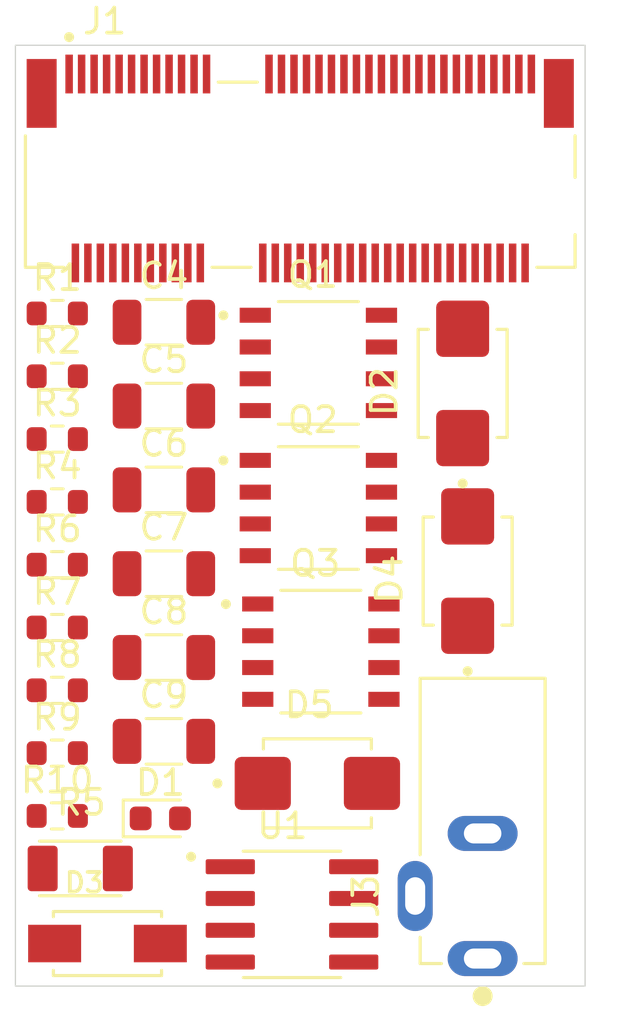
<source format=kicad_pcb>
(kicad_pcb (version 20240108) (generator "pcbnew") (generator_version "8.0")
  (layers (0 "F.Cu" signal) (31 "B.Cu" signal) (34 "B.Paste" user) (35 "F.Paste" user) (36 "B.SilkS" user "B.Silkscreen") (37 "F.SilkS" user "F.Silkscreen") (38 "B.Mask" user) (39 "F.Mask" user) (44 "Edge.Cuts" user))
  (net 0 "")
  (net 1 "GND")
  (net 2 "Vin")
  (net 3 "COMP")
  (net 4 "Net-(C6-Pad1)")
  (net 5 "SS")
  (net 6 "PH")
  (net 7 "BOOT")
  (net 8 "Net-(D1-A)")
  (net 9 "Net-(D2-PadA)")
  (net 10 "Net-(D2-PadC)")
  (net 11 "Net-(D4-PadC)")
  (net 69 "Net-(J3-Pad1)")
  (net 70 "Net-(Q2-Pad5)")
  (net 71 "Net-(Q3-Pad5)")
  (net 72 "EN")
  (net 73 "VSENCE")
  (footprint "0ZCA0100FF2E:RESC3216X125N" (layer "F.Cu") (at 81.895 86.4)
    (property "Reference" "R5" (at 0.040025 -2.636935 0) (layer "F.SilkS") (effects (font (size 1.000732 1.000732))))
    (property "Value" "0ZCA0100FF2E")
    (fp_line (start -1.63 -1.09) (end 1.63 -1.09) (stroke (width 0.127)) (layer "F.SilkS"))
    (fp_line (start -1.63 1.09) (end 1.63 1.09) (stroke (width 0.127)) (layer "F.SilkS"))
    (pad "1" smd roundrect (at -1.505 0) (size 1.2 1.82) (layers "F.Cu" "F.Paste" "F.Mask") (roundrect_rratio 0.125) (net 71 "Net-(Q3-Pad5)"))
    (pad "2" smd roundrect (at 1.505 0) (size 1.2 1.82) (layers "F.Cu" "F.Paste" "F.Mask") (roundrect_rratio 0.125) (net 2 "Vin"))
  )
  (footprint "1SMB5931BT3G:DIOM5436X247N" (layer "F.Cu") (at 91.385 83)
    (property "Reference" "D5" (at -0.325 -3.135 0) (layer "F.SilkS"))
    (property "Value" "1SMB5931BT3G")
    (fp_line (start -2.16 -1.78) (end 2.16 -1.78) (stroke (width 0.127)) (layer "F.SilkS"))
    (fp_line (start -2.16 -1.374) (end -2.16 -1.78) (stroke (width 0.127)) (layer "F.SilkS"))
    (fp_line (start -2.16 1.374) (end -2.16 1.78) (stroke (width 0.127)) (layer "F.SilkS"))
    (fp_line (start -2.16 1.78) (end 2.16 1.78) (stroke (width 0.127)) (layer "F.SilkS"))
    (fp_line (start 2.16 -1.78) (end 2.16 -1.374) (stroke (width 0.127)) (layer "F.SilkS"))
    (fp_line (start 2.16 1.78) (end 2.16 1.374) (stroke (width 0.127)) (layer "F.SilkS"))
    (fp_circle (center -4 0) (end -3.9 0) (stroke (width 0.2)) (fill none) (layer "F.SilkS"))
    (pad "A" smd roundrect (at 2.185 0) (size 2.25 2.12) (layers "F.Cu" "F.Paste" "F.Mask") (roundrect_rratio 0.125) (net 1 "GND"))
    (pad "C" smd roundrect (at -2.185 0) (size 2.25 2.12) (layers "F.Cu" "F.Paste" "F.Mask") (roundrect_rratio 0.125) (net 7 "BOOT"))
  )
  (footprint "Resistor_SMD:R_0603_1608Metric" (layer "F.Cu") (at 80.975 74.26)
    (property "Reference" "R6" (at 0 -1.43 0) (layer "F.SilkS"))
    (property "Value" "169k")
    (fp_line (start -0.237258 -0.5225) (end 0.237258 -0.5225) (stroke (width 0.12)) (layer "F.SilkS"))
    (fp_line (start -0.237258 0.5225) (end 0.237258 0.5225) (stroke (width 0.12)) (layer "F.SilkS"))
    (pad "1" smd roundrect (at -0.825 0) (size 0.8 0.95) (layers "F.Cu" "F.Paste" "F.Mask") (net 2 "Vin"))
    (pad "2" smd roundrect (at 0.825 0) (size 0.8 0.95) (layers "F.Cu" "F.Paste" "F.Mask") (net 72 "EN"))
  )
  (footprint "Capacitor_SMD:C_1206_3216Metric" (layer "F.Cu") (at 85.2425 77.97)
    (property "Reference" "C8" (at 0 -1.85 0) (layer "F.SilkS"))
    (property "Value" "100nF")
    (fp_line (start -0.711252 -0.91) (end 0.711252 -0.91) (stroke (width 0.12)) (layer "F.SilkS"))
    (fp_line (start -0.711252 0.91) (end 0.711252 0.91) (stroke (width 0.12)) (layer "F.SilkS"))
    (pad "1" smd roundrect (at -1.475 0) (size 1.15 1.8) (layers "F.Cu" "F.Paste" "F.Mask") (roundrect_rratio 0.217391) (net 7 "BOOT"))
    (pad "2" smd roundrect (at 1.475 0) (size 1.15 1.8) (layers "F.Cu" "F.Paste" "F.Mask") (roundrect_rratio 0.217391) (net 6 "PH"))
  )
  (footprint "SMAJ10CA:DIOM4325X250N" (layer "F.Cu") (at 82.985 89.4)
    (property "Reference" "D3" (at -0.925 -2.43 0) (layer "F.SilkS") (effects (font (size 0.787402 0.787402))))
    (property "Value" "SMAJ10CA")
    (fp_line (start -2.165 -1.28) (end -2.165 -1.07) (stroke (width 0.127)) (layer "F.SilkS"))
    (fp_line (start -2.165 1.28) (end -2.165 1.07) (stroke (width 0.127)) (layer "F.SilkS"))
    (fp_line (start -2.165 1.28) (end 2.165 1.28) (stroke (width 0.127)) (layer "F.SilkS"))
    (fp_line (start 2.165 -1.28) (end -2.165 -1.28) (stroke (width 0.127)) (layer "F.SilkS"))
    (fp_line (start 2.165 -1.07) (end 2.165 -1.28) (stroke (width 0.127)) (layer "F.SilkS"))
    (fp_line (start 2.165 1.28) (end 2.165 1.07) (stroke (width 0.127)) (layer "F.SilkS"))
    (pad "1" smd rect (at -2.115 0) (size 2.12 1.5) (layers "F.Cu" "F.Paste" "F.Mask") (net 2 "Vin"))
    (pad "2" smd rect (at 2.115 0) (size 2.12 1.5) (layers "F.Cu" "F.Paste" "F.Mask") (net 1 "GND"))
  )
  (footprint "Capacitor_SMD:C_1206_3216Metric" (layer "F.Cu") (at 85.2425 67.92)
    (property "Reference" "C5" (at 0 -1.85 0) (layer "F.SilkS"))
    (property "Value" "10pF")
    (fp_line (start -0.711252 -0.91) (end 0.711252 -0.91) (stroke (width 0.12)) (layer "F.SilkS"))
    (fp_line (start -0.711252 0.91) (end 0.711252 0.91) (stroke (width 0.12)) (layer "F.SilkS"))
    (pad "1" smd roundrect (at -1.475 0) (size 1.15 1.8) (layers "F.Cu" "F.Paste" "F.Mask") (roundrect_rratio 0.217391) (net 3 "COMP"))
    (pad "2" smd roundrect (at 1.475 0) (size 1.15 1.8) (layers "F.Cu" "F.Paste" "F.Mask") (roundrect_rratio 0.217391) (net 1 "GND"))
  )
  (footprint "PJ-018:CUI_PJ-018" (layer "F.Cu") (at 98 90 90)
    (property "Reference" "J3" (at 2.488427 -4.671415 90) (layer "F.SilkS") (effects (font (size 1.001378 1.001378))))
    (property "Value" "PJ-018")
    (fp_line (start 11.2 -2.5) (end 11.2 2.5) (stroke (width 0.127)) (layer "F.SilkS"))
    (fp_line (start 4.15 -2.5) (end 11.2 -2.5) (stroke (width 0.127)) (layer "F.SilkS"))
    (fp_line (start -0.2 -2.5) (end 0.85 -2.5) (stroke (width 0.127)) (layer "F.SilkS"))
    (fp_line (start -0.2 -1.65) (end -0.2 -2.5) (stroke (width 0.127)) (layer "F.SilkS"))
    (fp_line (start 11.2 2.5) (end -0.2 2.5) (stroke (width 0.127)) (layer "F.SilkS"))
    (fp_line (start -0.2 2.5) (end -0.2 1.65) (stroke (width 0.127)) (layer "F.SilkS"))
    (fp_circle (center -1.5 0) (end -1.3 0) (stroke (width 0.4)) (fill none) (layer "F.SilkS"))
    (pad "1" thru_hole oval (at 0 0 90) (size 1.4 2.8) (drill oval 0.8 1.5) (layers "*.Cu" "*.Mask") (net 69 "Net-(J3-Pad1)"))
    (pad "2" thru_hole oval (at 5 0 90) (size 1.4 2.8) (drill oval 0.8 1.5) (layers "*.Cu" "*.Mask"))
    (pad "3" thru_hole oval (at 2.5 -2.7 90) (size 2.8 1.4) (drill oval 1.5 0.8) (layers "*.Cu" "*.Mask") (net 1 "GND"))
  )
  (footprint "TSM9409CS:TRANS_TSM9409CS" (layer "F.Cu") (at 91.525 77.735)
    (property "Reference" "Q3" (at -0.225 -3.525 0) (layer "F.SilkS"))
    (property "Value" "TSM9409CS")
    (fp_line (start -1.6 -2.45) (end 1.6 -2.45) (stroke (width 0.127)) (layer "F.SilkS"))
    (fp_line (start -1.6 2.45) (end 1.6 2.45) (stroke (width 0.127)) (layer "F.SilkS"))
    (fp_circle (center -3.8 -1.9) (end -3.7 -1.9) (stroke (width 0.2)) (fill none) (layer "F.SilkS"))
    (pad "1" smd rect (at -2.525 -1.905) (size 1.25 0.6) (layers "F.Cu" "F.Paste" "F.Mask") (net 10 "Net-(D2-PadC)"))
    (pad "2" smd rect (at -2.525 -0.635) (size 1.25 0.6) (layers "F.Cu" "F.Paste" "F.Mask") (net 10 "Net-(D2-PadC)"))
    (pad "3" smd rect (at -2.525 0.635) (size 1.25 0.6) (layers "F.Cu" "F.Paste" "F.Mask") (net 10 "Net-(D2-PadC)"))
    (pad "4" smd rect (at -2.525 1.905) (size 1.25 0.6) (layers "F.Cu" "F.Paste" "F.Mask") (net 70 "Net-(Q2-Pad5)"))
    (pad "5" smd rect (at 2.525 1.905) (size 1.25 0.6) (layers "F.Cu" "F.Paste" "F.Mask") (net 71 "Net-(Q3-Pad5)"))
    (pad "6" smd rect (at 2.525 0.635) (size 1.25 0.6) (layers "F.Cu" "F.Paste" "F.Mask") (net 71 "Net-(Q3-Pad5)"))
    (pad "7" smd rect (at 2.525 -0.635) (size 1.25 0.6) (layers "F.Cu" "F.Paste" "F.Mask") (net 71 "Net-(Q3-Pad5)"))
    (pad "8" smd rect (at 2.525 -1.905) (size 1.25 0.6) (layers "F.Cu" "F.Paste" "F.Mask") (net 71 "Net-(Q3-Pad5)"))
  )
  (footprint "MDT420E03002:AMPHENOL_MDT420E03002" (layer "F.Cu") (at 90.7 59.925)
    (property "Reference" "J1" (at -7.825 -7.385 0) (layer "F.SilkS"))
    (property "Value" "MDT420E03002")
    (fp_line (start -11 2.45) (end -11 -2.805) (stroke (width 0.127)) (layer "F.SilkS"))
    (fp_line (start -9.47 2.45) (end -11 2.45) (stroke (width 0.127)) (layer "F.SilkS"))
    (fp_line (start -3.53 2.45) (end -1.97 2.45) (stroke (width 0.127)) (layer "F.SilkS"))
    (fp_line (start -3.28 -4.95) (end -1.72 -4.95) (stroke (width 0.127)) (layer "F.SilkS"))
    (fp_line (start 11 -2.805) (end 11 -1.145) (stroke (width 0.127)) (layer "F.SilkS"))
    (fp_line (start 11 2.45) (end 9.47 2.45) (stroke (width 0.127)) (layer "F.SilkS"))
    (fp_line (start 11 2.45) (end 11 1.145) (stroke (width 0.127)) (layer "F.SilkS"))
    (fp_circle (center -9.25 -6.75) (end -9.15 -6.75) (stroke (width 0.2)) (fill none) (layer "F.SilkS"))
    (pad "" np_thru_hole circle (at -10 0) (size 1.15 1.15) (drill 1.15) (layers "*.Cu" "*.Mask"))
    (pad "" np_thru_hole circle (at 10 0) (size 1.65 1.65) (drill 1.65) (layers "*.Cu" "*.Mask"))
    (pad "1" smd rect (at -9.25 -5.275) (size 0.3 1.55) (layers "F.Cu" "F.Paste" "F.Mask") (net 1 "GND"))
    (pad "2" smd rect (at -9 2.275) (size 0.3 1.55) (layers "F.Cu" "F.Paste" "F.Mask") (net 7 "BOOT"))
    (pad "3" smd rect (at -8.75 -5.275) (size 0.3 1.55) (layers "F.Cu" "F.Paste" "F.Mask"))
    (pad "4" smd rect (at -8.5 2.275) (size 0.3 1.55) (layers "F.Cu" "F.Paste" "F.Mask"))
    (pad "5" smd rect (at -8.25 -5.275) (size 0.3 1.55) (layers "F.Cu" "F.Paste" "F.Mask"))
    (pad "6" smd rect (at -8 2.275) (size 0.3 1.55) (layers "F.Cu" "F.Paste" "F.Mask"))
    (pad "7" smd rect (at -7.75 -5.275) (size 0.3 1.55) (layers "F.Cu" "F.Paste" "F.Mask") (net 1 "GND"))
    (pad "8" smd rect (at -7.5 2.275) (size 0.3 1.55) (layers "F.Cu" "F.Paste" "F.Mask"))
    (pad "9" smd rect (at -7.25 -5.275) (size 0.3 1.55) (layers "F.Cu" "F.Paste" "F.Mask"))
    (pad "10" smd rect (at -7 2.275) (size 0.3 1.55) (layers "F.Cu" "F.Paste" "F.Mask"))
    (pad "11" smd rect (at -6.75 -5.275) (size 0.3 1.55) (layers "F.Cu" "F.Paste" "F.Mask"))
    (pad "12" smd rect (at -6.5 2.275) (size 0.3 1.55) (layers "F.Cu" "F.Paste" "F.Mask"))
    (pad "13" smd rect (at -6.25 -5.275) (size 0.3 1.55) (layers "F.Cu" "F.Paste" "F.Mask"))
    (pad "14" smd rect (at -6 2.275) (size 0.3 1.55) (layers "F.Cu" "F.Paste" "F.Mask"))
    (pad "15" smd rect (at -5.75 -5.275) (size 0.3 1.55) (layers "F.Cu" "F.Paste" "F.Mask"))
    (pad "16" smd rect (at -5.5 2.275) (size 0.3 1.55) (layers "F.Cu" "F.Paste" "F.Mask"))
    (pad "17" smd rect (at -5.25 -5.275) (size 0.3 1.55) (layers "F.Cu" "F.Paste" "F.Mask"))
    (pad "18" smd rect (at -5 2.275) (size 0.3 1.55) (layers "F.Cu" "F.Paste" "F.Mask"))
    (pad "19" smd rect (at -4.75 -5.275) (size 0.3 1.55) (layers "F.Cu" "F.Paste" "F.Mask"))
    (pad "20" smd rect (at -4.5 2.275) (size 0.3 1.55) (layers "F.Cu" "F.Paste" "F.Mask"))
    (pad "21" smd rect (at -4.25 -5.275) (size 0.3 1.55) (layers "F.Cu" "F.Paste" "F.Mask"))
    (pad "22" smd rect (at -4 2.275) (size 0.3 1.55) (layers "F.Cu" "F.Paste" "F.Mask"))
    (pad "23" smd rect (at -3.75 -5.275) (size 0.3 1.55) (layers "F.Cu" "F.Paste" "F.Mask"))
    (pad "32" smd rect (at -1.5 2.275) (size 0.3 1.55) (layers "F.Cu" "F.Paste" "F.Mask"))
    (pad "33" smd rect (at -1.25 -5.275) (size 0.3 1.55) (layers "F.Cu" "F.Paste" "F.Mask") (net 1 "GND"))
    (pad "34" smd rect (at -1 2.275) (size 0.3 1.55) (layers "F.Cu" "F.Paste" "F.Mask"))
    (pad "35" smd rect (at -0.75 -5.275) (size 0.3 1.55) (layers "F.Cu" "F.Paste" "F.Mask"))
    (pad "36" smd rect (at -0.5 2.275) (size 0.3 1.55) (layers "F.Cu" "F.Paste" "F.Mask"))
    (pad "37" smd rect (at -0.25 -5.275) (size 0.3 1.55) (layers "F.Cu" "F.Paste" "F.Mask"))
    (pad "38" smd rect (at 0 2.275) (size 0.3 1.55) (layers "F.Cu" "F.Paste" "F.Mask"))
    (pad "39" smd rect (at 0.25 -5.275) (size 0.3 1.55) (layers "F.Cu" "F.Paste" "F.Mask") (net 1 "GND"))
    (pad "40" smd rect (at 0.5 2.275) (size 0.3 1.55) (layers "F.Cu" "F.Paste" "F.Mask"))
    (pad "41" smd rect (at 0.75 -5.275) (size 0.3 1.55) (layers "F.Cu" "F.Paste" "F.Mask"))
    (pad "42" smd rect (at 1 2.275) (size 0.3 1.55) (layers "F.Cu" "F.Paste" "F.Mask"))
    (pad "43" smd rect (at 1.25 -5.275) (size 0.3 1.55) (layers "F.Cu" "F.Paste" "F.Mask"))
    (pad "44" smd rect (at 1.5 2.275) (size 0.3 1.55) (layers "F.Cu" "F.Paste" "F.Mask"))
    (pad "45" smd rect (at 1.75 -5.275) (size 0.3 1.55) (layers "F.Cu" "F.Paste" "F.Mask") (net 1 "GND"))
    (pad "46" smd rect (at 2 2.275) (size 0.3 1.55) (layers "F.Cu" "F.Paste" "F.Mask"))
    (pad "47" smd rect (at 2.25 -5.275) (size 0.3 1.55) (layers "F.Cu" "F.Paste" "F.Mask"))
    (pad "48" smd rect (at 2.5 2.275) (size 0.3 1.55) (layers "F.Cu" "F.Paste" "F.Mask"))
    (pad "49" smd rect (at 2.75 -5.275) (size 0.3 1.55) (layers "F.Cu" "F.Paste" "F.Mask"))
    (pad "50" smd rect (at 3 2.275) (size 0.3 1.55) (layers "F.Cu" "F.Paste" "F.Mask"))
    (pad "51" smd rect (at 3.25 -5.275) (size 0.3 1.55) (layers "F.Cu" "F.Paste" "F.Mask") (net 1 "GND"))
    (pad "52" smd rect (at 3.5 2.275) (size 0.3 1.55) (layers "F.Cu" "F.Paste" "F.Mask"))
    (pad "53" smd rect (at 3.75 -5.275) (size 0.3 1.55) (layers "F.Cu" "F.Paste" "F.Mask"))
    (pad "54" smd rect (at 4 2.275) (size 0.3 1.55) (layers "F.Cu" "F.Paste" "F.Mask"))
    (pad "55" smd rect (at 4.25 -5.275) (size 0.3 1.55) (layers "F.Cu" "F.Paste" "F.Mask"))
    (pad "56" smd rect (at 4.5 2.275) (size 0.3 1.55) (layers "F.Cu" "F.Paste" "F.Mask"))
    (pad "57" smd rect (at 4.75 -5.275) (size 0.3 1.55) (layers "F.Cu" "F.Paste" "F.Mask") (net 1 "GND"))
    (pad "58" smd rect (at 5 2.275) (size 0.3 1.55) (layers "F.Cu" "F.Paste" "F.Mask"))
    (pad "59" smd rect (at 5.25 -5.275) (size 0.3 1.55) (layers "F.Cu" "F.Paste" "F.Mask"))
    (pad "60" smd rect (at 5.5 2.275) (size 0.3 1.55) (layers "F.Cu" "F.Paste" "F.Mask"))
    (pad "61" smd rect (at 5.75 -5.275) (size 0.3 1.55) (layers "F.Cu" "F.Paste" "F.Mask"))
    (pad "62" smd rect (at 6 2.275) (size 0.3 1.55) (layers "F.Cu" "F.Paste" "F.Mask"))
    (pad "63" smd rect (at 6.25 -5.275) (size 0.3 1.55) (layers "F.Cu" "F.Paste" "F.Mask") (net 1 "GND"))
    (pad "64" smd rect (at 6.5 2.275) (size 0.3 1.55) (layers "F.Cu" "F.Paste" "F.Mask"))
    (pad "65" smd rect (at 6.75 -5.275) (size 0.3 1.55) (layers "F.Cu" "F.Paste" "F.Mask"))
    (pad "66" smd rect (at 7 2.275) (size 0.3 1.55) (layers "F.Cu" "F.Paste" "F.Mask"))
    (pad "67" smd rect (at 7.25 -5.275) (size 0.3 1.55) (layers "F.Cu" "F.Paste" "F.Mask"))
    (pad "68" smd rect (at 7.5 2.275) (size 0.3 1.55) (layers "F.Cu" "F.Paste" "F.Mask"))
    (pad "69" smd rect (at 7.75 -5.275) (size 0.3 1.55) (layers "F.Cu" "F.Paste" "F.Mask") (net 1 "GND"))
    (pad "70" smd rect (at 8 2.275) (size 0.3 1.55) (layers "F.Cu" "F.Paste" "F.Mask"))
    (pad "71" smd rect (at 8.25 -5.275) (size 0.3 1.55) (layers "F.Cu" "F.Paste" "F.Mask"))
    (pad "72" smd rect (at 8.5 2.275) (size 0.3 1.55) (layers "F.Cu" "F.Paste" "F.Mask"))
    (pad "73" smd rect (at 8.75 -5.275) (size 0.3 1.55) (layers "F.Cu" "F.Paste" "F.Mask"))
    (pad "74" smd rect (at 9 2.275) (size 0.3 1.55) (layers "F.Cu" "F.Paste" "F.Mask"))
    (pad "75" smd rect (at 9.25 -5.275) (size 0.3 1.55) (layers "F.Cu" "F.Paste" "F.Mask") (net 1 "GND"))
    (pad "SH1" smd rect (at -10.35 -4.5) (size 1.2 2.75) (layers "F.Cu" "F.Paste" "F.Mask"))
    (pad "SH2" smd rect (at 10.35 -4.5) (size 1.2 2.75) (layers "F.Cu" "F.Paste" "F.Mask"))
  )
  (footprint "TSM9409CS:TRANS_TSM9409CS" (layer "F.Cu") (at 91.425 66.195)
    (property "Reference" "Q1" (at -0.225 -3.525 0) (layer "F.SilkS"))
    (property "Value" "TSM9409CS")
    (fp_line (start -1.6 -2.45) (end 1.6 -2.45) (stroke (width 0.127)) (layer "F.SilkS"))
    (fp_line (start -1.6 2.45) (end 1.6 2.45) (stroke (width 0.127)) (layer "F.SilkS"))
    (fp_circle (center -3.8 -1.9) (end -3.7 -1.9) (stroke (width 0.2)) (fill none) (layer "F.SilkS"))
    (pad "1" smd rect (at -2.525 -1.905) (size 1.25 0.6) (layers "F.Cu" "F.Paste" "F.Mask") (net 10 "Net-(D2-PadC)"))
    (pad "2" smd rect (at -2.525 -0.635) (size 1.25 0.6) (layers "F.Cu" "F.Paste" "F.Mask") (net 10 "Net-(D2-PadC)"))
    (pad "3" smd rect (at -2.525 0.635) (size 1.25 0.6) (layers "F.Cu" "F.Paste" "F.Mask") (net 10 "Net-(D2-PadC)"))
    (pad "4" smd rect (at -2.525 1.905) (size 1.25 0.6) (layers "F.Cu" "F.Paste" "F.Mask") (net 9 "Net-(D2-PadA)"))
    (pad "5" smd rect (at 2.525 1.905) (size 1.25 0.6) (layers "F.Cu" "F.Paste" "F.Mask") (net 69 "Net-(J3-Pad1)"))
    (pad "6" smd rect (at 2.525 0.635) (size 1.25 0.6) (layers "F.Cu" "F.Paste" "F.Mask") (net 69 "Net-(J3-Pad1)"))
    (pad "7" smd rect (at 2.525 -0.635) (size 1.25 0.6) (layers "F.Cu" "F.Paste" "F.Mask") (net 69 "Net-(J3-Pad1)"))
    (pad "8" smd rect (at 2.525 -1.905) (size 1.25 0.6) (layers "F.Cu" "F.Paste" "F.Mask") (net 69 "Net-(J3-Pad1)"))
  )
  (footprint "1SMB5931BT3G:DIOM5436X247N" (layer "F.Cu") (at 97.2 67.015 90)
    (property "Reference" "D2" (at -0.325 -3.135 90) (layer "F.SilkS"))
    (property "Value" "1SMB5931BT3G")
    (fp_line (start 2.16 -1.78) (end 2.16 -1.374) (stroke (width 0.127)) (layer "F.SilkS"))
    (fp_line (start -2.16 -1.78) (end 2.16 -1.78) (stroke (width 0.127)) (layer "F.SilkS"))
    (fp_line (start -2.16 -1.374) (end -2.16 -1.78) (stroke (width 0.127)) (layer "F.SilkS"))
    (fp_line (start -2.16 1.374) (end -2.16 1.78) (stroke (width 0.127)) (layer "F.SilkS"))
    (fp_line (start 2.16 1.78) (end 2.16 1.374) (stroke (width 0.127)) (layer "F.SilkS"))
    (fp_line (start -2.16 1.78) (end 2.16 1.78) (stroke (width 0.127)) (layer "F.SilkS"))
    (fp_circle (center -4 0) (end -3.9 0) (stroke (width 0.2)) (fill none) (layer "F.SilkS"))
    (pad "A" smd roundrect (at 2.185 0 90) (size 2.25 2.12) (layers "F.Cu" "F.Paste" "F.Mask") (roundrect_rratio 0.125) (net 9 "Net-(D2-PadA)"))
    (pad "C" smd roundrect (at -2.185 0 90) (size 2.25 2.12) (layers "F.Cu" "F.Paste" "F.Mask") (roundrect_rratio 0.125) (net 10 "Net-(D2-PadC)"))
  )
  (footprint "Resistor_SMD:R_0603_1608Metric" (layer "F.Cu") (at 80.975 84.3)
    (property "Reference" "R10" (at 0 -1.43 0) (layer "F.SilkS"))
    (property "Value" "3.24K")
    (fp_line (start -0.237258 -0.5225) (end 0.237258 -0.5225) (stroke (width 0.12)) (layer "F.SilkS"))
    (fp_line (start -0.237258 0.5225) (end 0.237258 0.5225) (stroke (width 0.12)) (layer "F.SilkS"))
    (pad "1" smd roundrect (at -0.825 0) (size 0.8 0.95) (layers "F.Cu" "F.Paste" "F.Mask") (net 73 "VSENCE"))
    (pad "2" smd roundrect (at 0.825 0) (size 0.8 0.95) (layers "F.Cu" "F.Paste" "F.Mask") (net 1 "GND"))
  )
  (footprint "Resistor_SMD:R_0603_1608Metric" (layer "F.Cu") (at 80.975 76.77)
    (property "Reference" "R7" (at 0 -1.43 0) (layer "F.SilkS"))
    (property "Value" "31.6k")
    (fp_line (start -0.237258 -0.5225) (end 0.237258 -0.5225) (stroke (width 0.12)) (layer "F.SilkS"))
    (fp_line (start -0.237258 0.5225) (end 0.237258 0.5225) (stroke (width 0.12)) (layer "F.SilkS"))
    (pad "1" smd roundrect (at -0.825 0) (size 0.8 0.95) (layers "F.Cu" "F.Paste" "F.Mask") (net 72 "EN"))
    (pad "2" smd roundrect (at 0.825 0) (size 0.8 0.95) (layers "F.Cu" "F.Paste" "F.Mask") (net 1 "GND"))
  )
  (footprint "1SMB5931BT3G:DIOM5436X247N" (layer "F.Cu") (at 97.4 74.515 90)
    (property "Reference" "D4" (at -0.325 -3.135 90) (layer "F.SilkS"))
    (property "Value" "1SMB5931BT3G")
    (fp_line (start 2.16 -1.78) (end 2.16 -1.374) (stroke (width 0.127)) (layer "F.SilkS"))
    (fp_line (start -2.16 -1.78) (end 2.16 -1.78) (stroke (width 0.127)) (layer "F.SilkS"))
    (fp_line (start -2.16 -1.374) (end -2.16 -1.78) (stroke (width 0.127)) (layer "F.SilkS"))
    (fp_line (start -2.16 1.374) (end -2.16 1.78) (stroke (width 0.127)) (layer "F.SilkS"))
    (fp_line (start 2.16 1.78) (end 2.16 1.374) (stroke (width 0.127)) (layer "F.SilkS"))
    (fp_line (start -2.16 1.78) (end 2.16 1.78) (stroke (width 0.127)) (layer "F.SilkS"))
    (fp_circle (center -4 0) (end -3.9 0) (stroke (width 0.2)) (fill none) (layer "F.SilkS"))
    (pad "A" smd roundrect (at 2.185 0 90) (size 2.25 2.12) (layers "F.Cu" "F.Paste" "F.Mask") (roundrect_rratio 0.125) (net 1 "GND"))
    (pad "C" smd roundrect (at -2.185 0 90) (size 2.25 2.12) (layers "F.Cu" "F.Paste" "F.Mask") (roundrect_rratio 0.125) (net 11 "Net-(D4-PadC)"))
  )
  (footprint "Resistor_SMD:R_0603_1608Metric" (layer "F.Cu") (at 80.975 71.75)
    (property "Reference" "R4" (at 0 -1.43 0) (layer "F.SilkS"))
    (property "Value" "100")
    (fp_line (start -0.237258 -0.5225) (end 0.237258 -0.5225) (stroke (width 0.12)) (layer "F.SilkS"))
    (fp_line (start -0.237258 0.5225) (end 0.237258 0.5225) (stroke (width 0.12)) (layer "F.SilkS"))
    (pad "1" smd roundrect (at -0.825 0) (size 0.8 0.95) (layers "F.Cu" "F.Paste" "F.Mask") (net 70 "Net-(Q2-Pad5)"))
    (pad "2" smd roundrect (at 0.825 0) (size 0.8 0.95) (layers "F.Cu" "F.Paste" "F.Mask") (net 1 "GND"))
  )
  (footprint "Resistor_SMD:R_0603_1608Metric" (layer "F.Cu") (at 80.975 79.28)
    (property "Reference" "R8" (at 0 -1.43 0) (layer "F.SilkS"))
    (property "Value" "18.7k")
    (fp_line (start -0.237258 -0.5225) (end 0.237258 -0.5225) (stroke (width 0.12)) (layer "F.SilkS"))
    (fp_line (start -0.237258 0.5225) (end 0.237258 0.5225) (stroke (width 0.12)) (layer "F.SilkS"))
    (pad "1" smd roundrect (at -0.825 0) (size 0.8 0.95) (layers "F.Cu" "F.Paste" "F.Mask") (net 3 "COMP"))
    (pad "2" smd roundrect (at 0.825 0) (size 0.8 0.95) (layers "F.Cu" "F.Paste" "F.Mask") (net 4 "Net-(C6-Pad1)"))
  )
  (footprint "TPS54331DRG4:SOIC127P599X175-8N" (layer "F.Cu") (at 90.37 88.235)
    (property "Reference" "U1" (at -0.385 -3.537 0) (layer "F.SilkS"))
    (property "Value" "TPS54331DRG4")
    (fp_line (start -1.95 -2.525) (end 1.95 -2.525) (stroke (width 0.127)) (layer "F.SilkS"))
    (fp_line (start -1.95 2.525) (end 1.95 2.525) (stroke (width 0.127)) (layer "F.SilkS"))
    (fp_circle (center -4.04 -2.305) (end -3.94 -2.305) (stroke (width 0.2)) (fill none) (layer "F.SilkS"))
    (pad "1" smd roundrect (at -2.47 -1.905) (size 1.97 0.6) (layers "F.Cu" "F.Paste" "F.Mask") (roundrect_rratio 0.125) (net 7 "BOOT"))
    (pad "2" smd roundrect (at -2.47 -0.635) (size 1.97 0.6) (layers "F.Cu" "F.Paste" "F.Mask") (roundrect_rratio 0.125) (net 2 "Vin"))
    (pad "3" smd roundrect (at -2.47 0.635) (size 1.97 0.6) (layers "F.Cu" "F.Paste" "F.Mask") (roundrect_rratio 0.125) (net 72 "EN"))
    (pad "4" smd roundrect (at -2.47 1.905) (size 1.97 0.6) (layers "F.Cu" "F.Paste" "F.Mask") (roundrect_rratio 0.125) (net 5 "SS"))
    (pad "5" smd roundrect (at 2.47 1.905) (size 1.97 0.6) (layers "F.Cu" "F.Paste" "F.Mask") (roundrect_rratio 0.125) (net 73 "VSENCE"))
    (pad "6" smd roundrect (at 2.47 0.635) (size 1.97 0.6) (layers "F.Cu" "F.Paste" "F.Mask") (roundrect_rratio 0.125) (net 3 "COMP"))
    (pad "7" smd roundrect (at 2.47 -0.635) (size 1.97 0.6) (layers "F.Cu" "F.Paste" "F.Mask") (roundrect_rratio 0.125) (net 1 "GND"))
    (pad "8" smd roundrect (at 2.47 -1.905) (size 1.97 0.6) (layers "F.Cu" "F.Paste" "F.Mask") (roundrect_rratio 0.125) (net 6 "PH"))
  )
  (footprint "Resistor_SMD:R_0603_1608Metric" (layer "F.Cu") (at 80.975 64.22)
    (property "Reference" "R1" (at 0 -1.43 0) (layer "F.SilkS"))
    (property "Value" "100")
    (fp_line (start -0.237258 -0.5225) (end 0.237258 -0.5225) (stroke (width 0.12)) (layer "F.SilkS"))
    (fp_line (start -0.237258 0.5225) (end 0.237258 0.5225) (stroke (width 0.12)) (layer "F.SilkS"))
    (pad "1" smd roundrect (at -0.825 0) (size 0.8 0.95) (layers "F.Cu" "F.Paste" "F.Mask") (net 7 "BOOT"))
    (pad "2" smd roundrect (at 0.825 0) (size 0.8 0.95) (layers "F.Cu" "F.Paste" "F.Mask") (net 8 "Net-(D1-A)"))
  )
  (footprint "Capacitor_SMD:C_1206_3216Metric" (layer "F.Cu") (at 85.2425 64.57)
    (property "Reference" "C4" (at 0 -1.85 0) (layer "F.SilkS"))
    (property "Value" "22uF")
    (fp_line (start -0.711252 -0.91) (end 0.711252 -0.91) (stroke (width 0.12)) (layer "F.SilkS"))
    (fp_line (start -0.711252 0.91) (end 0.711252 0.91) (stroke (width 0.12)) (layer "F.SilkS"))
    (pad "1" smd roundrect (at -1.475 0) (size 1.15 1.8) (layers "F.Cu" "F.Paste" "F.Mask") (roundrect_rratio 0.217391) (net 2 "Vin"))
    (pad "2" smd roundrect (at 1.475 0) (size 1.15 1.8) (layers "F.Cu" "F.Paste" "F.Mask") (roundrect_rratio 0.217391) (net 1 "GND"))
  )
  (footprint "TSM9409CS:TRANS_TSM9409CS" (layer "F.Cu") (at 91.425 71.995)
    (property "Reference" "Q2" (at -0.225 -3.525 0) (layer "F.SilkS"))
    (property "Value" "TSM9409CS")
    (fp_line (start -1.6 -2.45) (end 1.6 -2.45) (stroke (width 0.127)) (layer "F.SilkS"))
    (fp_line (start -1.6 2.45) (end 1.6 2.45) (stroke (width 0.127)) (layer "F.SilkS"))
    (fp_circle (center -3.8 -1.9) (end -3.7 -1.9) (stroke (width 0.2)) (fill none) (layer "F.SilkS"))
    (pad "1" smd rect (at -2.525 -1.905) (size 1.25 0.6) (layers "F.Cu" "F.Paste" "F.Mask") (net 10 "Net-(D2-PadC)"))
    (pad "2" smd rect (at -2.525 -0.635) (size 1.25 0.6) (layers "F.Cu" "F.Paste" "F.Mask") (net 10 "Net-(D2-PadC)"))
    (pad "3" smd rect (at -2.525 0.635) (size 1.25 0.6) (layers "F.Cu" "F.Paste" "F.Mask") (net 10 "Net-(D2-PadC)"))
    (pad "4" smd rect (at -2.525 1.905) (size 1.25 0.6) (layers "F.Cu" "F.Paste" "F.Mask") (net 11 "Net-(D4-PadC)"))
    (pad "5" smd rect (at 2.525 1.905) (size 1.25 0.6) (layers "F.Cu" "F.Paste" "F.Mask") (net 70 "Net-(Q2-Pad5)"))
    (pad "6" smd rect (at 2.525 0.635) (size 1.25 0.6) (layers "F.Cu" "F.Paste" "F.Mask") (net 70 "Net-(Q2-Pad5)"))
    (pad "7" smd rect (at 2.525 -0.635) (size 1.25 0.6) (layers "F.Cu" "F.Paste" "F.Mask") (net 70 "Net-(Q2-Pad5)"))
    (pad "8" smd rect (at 2.525 -1.905) (size 1.25 0.6) (layers "F.Cu" "F.Paste" "F.Mask") (net 70 "Net-(Q2-Pad5)"))
  )
  (footprint "Resistor_SMD:R_0603_1608Metric" (layer "F.Cu") (at 80.975 69.24)
    (property "Reference" "R3" (at 0 -1.43 0) (layer "F.SilkS"))
    (property "Value" "100")
    (fp_line (start -0.237258 -0.5225) (end 0.237258 -0.5225) (stroke (width 0.12)) (layer "F.SilkS"))
    (fp_line (start -0.237258 0.5225) (end 0.237258 0.5225) (stroke (width 0.12)) (layer "F.SilkS"))
    (pad "1" smd roundrect (at -0.825 0) (size 0.8 0.95) (layers "F.Cu" "F.Paste" "F.Mask") (net 10 "Net-(D2-PadC)"))
    (pad "2" smd roundrect (at 0.825 0) (size 0.8 0.95) (layers "F.Cu" "F.Paste" "F.Mask") (net 11 "Net-(D4-PadC)"))
  )
  (footprint "Capacitor_SMD:C_1206_3216Metric" (layer "F.Cu") (at 85.2425 74.62)
    (property "Reference" "C7" (at 0 -1.85 0) (layer "F.SilkS"))
    (property "Value" "8.2nF")
    (fp_line (start -0.711252 -0.91) (end 0.711252 -0.91) (stroke (width 0.12)) (layer "F.SilkS"))
    (fp_line (start -0.711252 0.91) (end 0.711252 0.91) (stroke (width 0.12)) (layer "F.SilkS"))
    (pad "1" smd roundrect (at -1.475 0) (size 1.15 1.8) (layers "F.Cu" "F.Paste" "F.Mask") (roundrect_rratio 0.217391) (net 5 "SS"))
    (pad "2" smd roundrect (at 1.475 0) (size 1.15 1.8) (layers "F.Cu" "F.Paste" "F.Mask") (roundrect_rratio 0.217391) (net 1 "GND"))
  )
  (footprint "Resistor_SMD:R_0603_1608Metric" (layer "F.Cu") (at 80.975 66.73)
    (property "Reference" "R2" (at 0 -1.43 0) (layer "F.SilkS"))
    (property "Value" "100")
    (fp_line (start -0.237258 -0.5225) (end 0.237258 -0.5225) (stroke (width 0.12)) (layer "F.SilkS"))
    (fp_line (start -0.237258 0.5225) (end 0.237258 0.5225) (stroke (width 0.12)) (layer "F.SilkS"))
    (pad "1" smd roundrect (at -0.825 0) (size 0.8 0.95) (layers "F.Cu" "F.Paste" "F.Mask") (net 9 "Net-(D2-PadA)"))
    (pad "2" smd roundrect (at 0.825 0) (size 0.8 0.95) (layers "F.Cu" "F.Paste" "F.Mask") (net 1 "GND"))
  )
  (footprint "Capacitor_SMD:C_1206_3216Metric" (layer "F.Cu") (at 85.2425 71.27)
    (property "Reference" "C6" (at 0 -1.85 0) (layer "F.SilkS"))
    (property "Value" "1.5nF")
    (fp_line (start -0.711252 -0.91) (end 0.711252 -0.91) (stroke (width 0.12)) (layer "F.SilkS"))
    (fp_line (start -0.711252 0.91) (end 0.711252 0.91) (stroke (width 0.12)) (layer "F.SilkS"))
    (pad "1" smd roundrect (at -1.475 0) (size 1.15 1.8) (layers "F.Cu" "F.Paste" "F.Mask") (roundrect_rratio 0.217391) (net 4 "Net-(C6-Pad1)"))
    (pad "2" smd roundrect (at 1.475 0) (size 1.15 1.8) (layers "F.Cu" "F.Paste" "F.Mask") (roundrect_rratio 0.217391) (net 1 "GND"))
  )
  (footprint "Resistor_SMD:R_0603_1608Metric" (layer "F.Cu") (at 80.975 81.79)
    (property "Reference" "R9" (at 0 -1.43 0) (layer "F.SilkS"))
    (property "Value" "10.2K")
    (fp_line (start -0.237258 -0.5225) (end 0.237258 -0.5225) (stroke (width 0.12)) (layer "F.SilkS"))
    (fp_line (start -0.237258 0.5225) (end 0.237258 0.5225) (stroke (width 0.12)) (layer "F.SilkS"))
    (pad "1" smd roundrect (at -0.825 0) (size 0.8 0.95) (layers "F.Cu" "F.Paste" "F.Mask") (net 7 "BOOT"))
    (pad "2" smd roundrect (at 0.825 0) (size 0.8 0.95) (layers "F.Cu" "F.Paste" "F.Mask") (net 73 "VSENCE"))
  )
  (footprint "LED_SMD:LED_0603_1608Metric" (layer "F.Cu") (at 85.1 84.4)
    (property "Reference" "D1" (at 0 -1.43 0) (layer "F.SilkS"))
    (property "Value" "LED")
    (fp_line (start -1.485 -0.735) (end -1.485 0.735) (stroke (width 0.12)) (layer "F.SilkS"))
    (fp_line (start -1.485 0.735) (end 0.8 0.735) (stroke (width 0.12)) (layer "F.SilkS"))
    (fp_line (start 0.8 -0.735) (end -1.485 -0.735) (stroke (width 0.12)) (layer "F.SilkS"))
    (pad "1" smd roundrect (at -0.7875 0) (size 0.875 0.95) (layers "F.Cu" "F.Paste" "F.Mask") (net 1 "GND"))
    (pad "2" smd roundrect (at 0.7875 0) (size 0.875 0.95) (layers "F.Cu" "F.Paste" "F.Mask") (net 8 "Net-(D1-A)"))
  )
  (footprint "Capacitor_SMD:C_1206_3216Metric" (layer "F.Cu") (at 85.2425 81.32)
    (property "Reference" "C9" (at 0 -1.85 0) (layer "F.SilkS"))
    (property "Value" "100nF")
    (fp_line (start -0.711252 -0.91) (end 0.711252 -0.91) (stroke (width 0.12)) (layer "F.SilkS"))
    (fp_line (start -0.711252 0.91) (end 0.711252 0.91) (stroke (width 0.12)) (layer "F.SilkS"))
    (pad "1" smd roundrect (at -1.475 0) (size 1.15 1.8) (layers "F.Cu" "F.Paste" "F.Mask") (roundrect_rratio 0.217391) (net 7 "BOOT"))
    (pad "2" smd roundrect (at 1.475 0) (size 1.15 1.8) (layers "F.Cu" "F.Paste" "F.Mask") (roundrect_rratio 0.217391) (net 1 "GND"))
  )
  (gr_rect (start 79.3 53.5) (end 102.1 91.1) (stroke (width 0.05)) (fill none) (layer "Edge.Cuts"))
)
</source>
